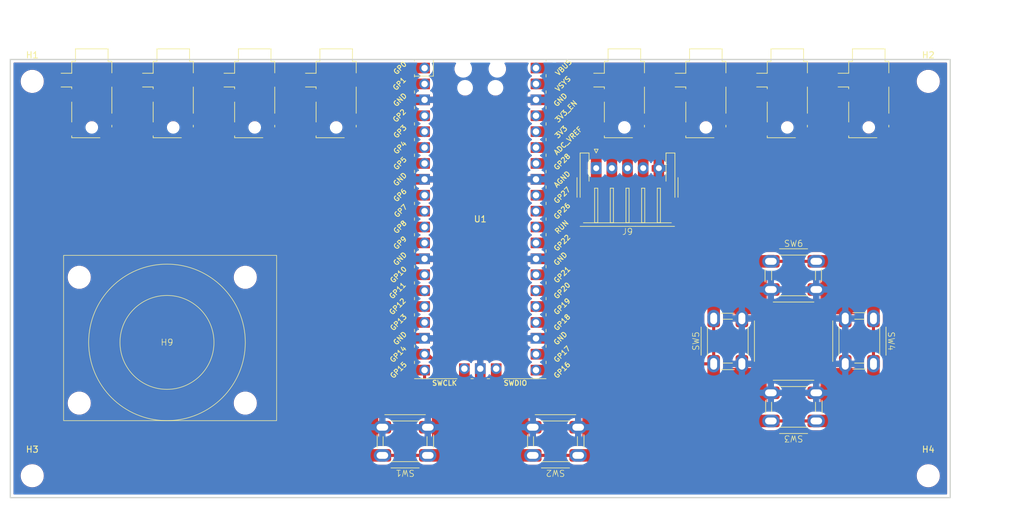
<source format=kicad_pcb>
(kicad_pcb (version 20240108) (generator "pcbnew") (generator_version "8.0")
  (layers (0 "F.Cu" signal) (31 "B.Cu" signal) (34 "B.Paste" user) (35 "F.Paste" user) (36 "B.SilkS" user "B.Silkscreen") (37 "F.SilkS" user "F.Silkscreen") (38 "B.Mask" user) (39 "F.Mask" user) (44 "Edge.Cuts" user))
  (net 0 "")
  (net 1 "+3V3")
  (net 2 "/ADC2")
  (net 3 "/ADC1")
  (net 4 "/GPIO22")
  (net 6 "/ADC0")
  (net 7 "/GPIO20")
  (net 9 "/GPIO21")
  (net 10 "/GPIO19")
  (net 11 "/GPIO18")
  (net 12 "/GPIO17")
  (net 14 "/GPIO16")
  (net 15 "/GPIO15")
  (net 16 "/GPIO14")
  (net 17 "/GPIO13")
  (net 18 "/GPIO12")
  (net 19 "/GPIO7")
  (net 23 "/GPIO6")
  (net 24 "/GPIO11")
  (net 25 "/GPIO10")
  (net 26 "/GPIO5")
  (net 27 "/GPIO8")
  (net 29 "GND")
  (net 30 "/GPIO3")
  (net 31 "/GPIO2")
  (net 32 "/GPIO1")
  (net 33 "/GPIO0")
  (net 34 "/GPIO9")
  (net 35 "/GPIO4")
  (net 36 "/ADC2_N")
  (net 37 "/ADC0_N")
  (footprint "Audio-jacks Libraries:SW_PUSH_combined_6mm" (layer "F.Cu") (at 171.75 82.25)
    (property "Reference" "SW6")
    (property "Value" "SW_Push")
  )
  (footprint "Audio-jacks Libraries:Jack_3.5_PJ31060-I_L_pads" (layer "F.Cu") (at 89 57.5)
    (property "Reference" "J2" (hide yes))
    (property "Value" "AudioJack4_SwitchTR1" (hide yes))
  )
  (footprint "Audio-jacks Libraries:JST_XH_S5B_combined_1x05" (layer "F.Cu") (at 143.5 67.43)
    (property "Reference" "J9")
    (property "Value" "Conn_01x05_MountingPin")
  )
  (footprint "MountingHole:MountingHole_3.2mm_M3" (layer "F.Cu") (at 53.5 53.5)
    (property "Reference" "H1")
    (property "Value" "MountingHole")
  )
  (footprint "Audio-jacks Libraries:Joystick_module_lifted" (layer "F.Cu") (at 61 84.8)
    (property "Reference" "H9")
    (property "Value" "Joystick module - 4 MP")
  )
  (footprint "Audio-jacks Libraries:Jack_3.5_PJ31060-I_L_pads" (layer "F.Cu") (at 174 57.5)
    (property "Reference" "J6" (hide yes))
    (property "Value" "AudioJack4_SwitchTR1" (hide yes))
  )
  (footprint "Audio-jacks Libraries:SW_PUSH_combined_6mm" (layer "F.Cu") (at 116.25 113.25 180)
    (property "Reference" "SW1")
    (property "Value" "SW_Push")
  )
  (footprint "Audio-jacks Libraries:SW_PUSH_combined_6mm" (layer "F.Cu") (at 187.75 91.75 -90)
    (property "Reference" "SW4")
    (property "Value" "SW_Push")
  )
  (footprint "MCU_RaspberryPi_and_Boards:RPi_Pico_SMD_TH" (layer "F.Cu") (at 125 75.5)
    (property "Reference" "U1")
    (property "Value" "Pico")
  )
  (footprint "Audio-jacks Libraries:Jack_3.5_PJ31060-I_L_pads" (layer "F.Cu") (at 161 57.5)
    (property "Reference" "J7" (hide yes))
    (property "Value" "AudioJack4_SwitchTR1" (hide yes))
  )
  (footprint "MountingHole:MountingHole_3.2mm_M3" (layer "F.Cu") (at 196.5 53.5)
    (property "Reference" "H2")
    (property "Value" "MountingHole")
  )
  (footprint "Audio-jacks Libraries:Jack_3.5_PJ31060-I_L_pads" (layer "F.Cu") (at 148 57.5)
    (property "Reference" "J8" (hide yes))
    (property "Value" "AudioJack4_SwitchTR1" (hide yes))
  )
  (footprint "Audio-jacks Libraries:Jack_3.5_PJ31060-I_L_pads" (layer "F.Cu") (at 102 57.5)
    (property "Reference" "J1" (hide yes))
    (property "Value" "AudioJack4_SwitchTR1" (hide yes))
  )
  (footprint "Audio-jacks Libraries:Jack_3.5_PJ31060-I_L_pads" (layer "F.Cu") (at 63 57.5)
    (property "Reference" "J4" (hide yes))
    (property "Value" "AudioJack4_SwitchTR1" (hide yes))
  )
  (footprint "Audio-jacks Libraries:SW_PUSH_combined_6mm" (layer "F.Cu") (at 162.25 98.25 90)
    (property "Reference" "SW5")
    (property "Value" "SW_Push")
  )
  (footprint "MountingHole:MountingHole_3.2mm_M3" (layer "F.Cu") (at 196.5 116.5)
    (property "Reference" "H4")
    (property "Value" "MountingHole")
  )
  (footprint "Audio-jacks Libraries:SW_PUSH_combined_6mm" (layer "F.Cu") (at 140.25 113.25 180)
    (property "Reference" "SW2")
    (property "Value" "SW_Push")
  )
  (footprint "MountingHole:MountingHole_3.2mm_M3" (layer "F.Cu") (at 53.5 116.5)
    (property "Reference" "H3")
    (property "Value" "MountingHole")
  )
  (footprint "Audio-jacks Libraries:SW_PUSH_combined_6mm" (layer "F.Cu") (at 178.25 107.75 180)
    (property "Reference" "SW3")
    (property "Value" "SW_Push")
  )
  (footprint "Audio-jacks Libraries:Jack_3.5_PJ31060-I_L_pads" (layer "F.Cu") (at 187 57.5)
    (property "Reference" "J5" (hide yes))
    (property "Value" "AudioJack4_SwitchTR1" (hide yes))
  )
  (footprint "Audio-jacks Libraries:Jack_3.5_PJ31060-I_L_pads" (layer "F.Cu") (at 76 57.5)
    (property "Reference" "J3" (hide yes))
    (property "Value" "AudioJack4_SwitchTR1" (hide yes))
  )
  (gr_rect (start 50 50) (end 200 120) (stroke (width 0.2)) (fill none) (layer "Edge.Cuts"))
  (segment (start 166.65 54.8) (end 166.65 62.744688) (width 0.5) (layer "F.Cu") (net 1))
  (segment (start 137.29 60.21) (end 137.29 58.21) (width 0.5) (layer "F.Cu") (net 1))
  (segment (start 153.85 51.65) (end 163.5 51.65) (width 0.5) (layer "F.Cu") (net 1))
  (segment (start 151 67.43) (end 151 67.36) (width 0.5) (layer "F.Cu") (net 1))
  (segment (start 140 55.5) (end 140 54.615074) (width 0.5) (layer "F.Cu") (net 1))
  (segment (start 135.97 61.53) (end 137.29 60.21) (width 0.5) (layer "F.Cu") (net 1))
  (segment (start 163.5 51.65) (end 166.65 54.8) (width 0.5) (layer "F.Cu") (net 1))
  (segment (start 151.65 64.35) (end 151 65) (width 0.5) (layer "F.Cu") (net 1))
  (segment (start 166.65 62.744688) (end 165.044688 64.35) (width 0.5) (layer "F.Cu") (net 1))
  (segment (start 152.2 53.3) (end 153.85 51.65) (width 0.5) (layer "F.Cu") (net 1))
  (segment (start 140 54.615074) (end 142.965074 51.65) (width 0.5) (layer "F.Cu") (net 1))
  (segment (start 149.792463 53.3) (end 152.2 53.3) (width 0.5) (layer "F.Cu") (net 1))
  (segment (start 133.89 61.53) (end 135.97 61.53) (width 0.5) (layer "F.Cu") (net 1))
  (segment (start 137.29 58.21) (end 140 55.5) (width 0.5) (layer "F.Cu") (net 1))
  (segment (start 142.965074 51.65) (end 148.142463 51.65) (width 0.5) (layer "F.Cu") (net 1))
  (segment (start 165.044688 64.35) (end 151.65 64.35) (width 0.5) (layer "F.Cu") (net 1))
  (segment (start 151 65) (end 151 67.43) (width 0.5) (layer "F.Cu") (net 1))
  (segment (start 148.142463 51.65) (end 149.792463 53.3) (width 0.5) (layer "F.Cu") (net 1))
  (segment (start 133.89 66.61) (end 135.926386 66.61) (width 0.5) (layer "F.Cu") (net 2))
  (segment (start 137.29 61.624214) (end 138.290001 60.624213) (width 0.5) (layer "F.Cu") (net 2))
  (segment (start 137.29 65.246386) (end 137.29 61.624214) (width 0.5) (layer "F.Cu") (net 2))
  (segment (start 141.025941 55.888273) (end 144.35664 55.888273) (width 0.5) (layer "F.Cu") (net 2))
  (segment (start 135.926386 66.61) (end 137.29 65.246386) (width 0.5) (layer "F.Cu") (net 2))
  (segment (start 138.290001 58.624213) (end 141.025941 55.888273) (width 0.5) (layer "F.Cu") (net 2))
  (segment (start 138.290001 60.624213) (end 138.290001 58.624213) (width 0.5) (layer "F.Cu") (net 2))
  (segment (start 133.89 71.69) (end 136.299999 71.69) (width 0.5) (layer "F.Cu") (net 3))
  (segment (start 154.5 62) (end 156.9 62) (width 0.5) (layer "F.Cu") (net 3))
  (segment (start 140.8875 63.44945) (end 141.349999 62.986951) (width 0.5) (layer "F.Cu") (net 3))
  (segment (start 148.855313 58.449999) (end 149.355312 57.95) (width 0.5) (layer "F.Cu") (net 3))
  (segment (start 153.65 58.555312) (end 153.65 61.15) (width 0.5) (layer "F.Cu") (net 3))
  (segment (start 142.550861 58.449999) (end 148.855313 58.449999) (width 0.5) (layer "F.Cu") (net 3))
  (segment (start 136.299999 71.69) (end 136.299999 71.600001) (width 0.5) (layer "F.Cu") (net 3))
  (segment (start 141.349999 62.986951) (end 141.349999 59.650861) (width 0.5) (layer "F.Cu") (net 3))
  (segment (start 155.294688 55.7) (end 157.8 55.7) (width 0.5) (layer "F.Cu") (net 3))
  (segment (start 136.299999 71.600001) (end 140.8875 67.0125) (width 0.5) (layer "F.Cu") (net 3))
  (segment (start 156.9 62) (end 157.8 61.1) (width 0.5) (layer "F.Cu") (net 3))
  (segment (start 140.8875 67.0125) (end 140.8875 63.44945) (width 0.5) (layer "F.Cu") (net 3))
  (segment (start 149.355312 57.95) (end 153.044688 57.95) (width 0.5) (layer "F.Cu") (net 3))
  (segment (start 153.044688 57.95) (end 155.294688 55.7) (width 0.5) (layer "F.Cu") (net 3))
  (segment (start 153.044688 57.95) (end 153.65 58.555312) (width 0.5) (layer "F.Cu") (net 3))
  (segment (start 153.65 61.15) (end 154.5 62) (width 0.5) (layer "F.Cu") (net 3))
  (segment (start 141.349999 59.650861) (end 142.550861 58.449999) (width 0.5) (layer "F.Cu") (net 3))
  (segment (start 162.6 63.35) (end 149.65 63.35) (width 0.5) (layer "F.Cu") (net 4))
  (segment (start 138.3 73.314214) (end 138.3 72.428428) (width 0.5) (layer "F.Cu") (net 4))
  (segment (start 137.5 74.114214) (end 138.3 73.314214) (width 0.5) (layer "F.Cu") (net 4))
  (segment (start 149.65 63.35) (end 148.5 64.5) (width 0.5) (layer "F.Cu") (net 4))
  (segment (start 148.5 64.5) (end 148.5 67.36) (width 0.5) (layer "F.Cu") (net 4))
  (segment (start 136.35 79.31) (end 137.5 78.16) (width 0.5) (layer "F.Cu") (net 4))
  (segment (start 164.2 59.55) (end 164.2 61.75) (width 0.5) (layer "F.Cu") (net 4))
  (segment (start 164.2 61.75) (end 162.6 63.35) (width 0.5) (layer "F.Cu") (net 4))
  (segment (start 138.3 72.428428) (end 140.298428 70.43) (width 0.5) (layer "F.Cu") (net 4))
  (segment (start 137.5 78.16) (end 137.5 74.114214) (width 0.5) (layer "F.Cu") (net 4))
  (segment (start 146.969152 70.43) (end 148.5 68.899152) (width 0.5) (layer "F.Cu") (net 4))
  (segment (start 148.5 68.899152) (end 148.5 67.43) (width 0.5) (layer "F.Cu") (net 4))
  (segment (start 133.89 79.31) (end 136.35 79.31) (width 0.5) (layer "F.Cu") (net 4))
  (segment (start 140.298428 70.43) (end 146.969152 70.43) (width 0.5) (layer "F.Cu") (net 4))
  (segment (start 151.1 59.45) (end 151.25 59.6) (width 0.5) (layer "F.Cu") (net 6))
  (segment (start 137.3 72.9) (end 137.3 72.014214) (width 0.5) (layer "F.Cu") (net 6))
  (segment (start 142.965074 59.45) (end 151.1 59.45) (width 0.5) (layer "F.Cu") (net 6))
  (segment (start 142.35 63.401164) (end 142.35 60.065074) (width 0.5) (layer "F.Cu") (net 6))
  (segment (start 137.3 72.014214) (end 141.8875 67.426714) (width 0.5) (layer "F.Cu") (net 6))
  (segment (start 141.8875 63.863664) (end 142.35 63.401164) (width 0.5) (layer "F.Cu") (net 6))
  (segment (start 142.35 60.065074) (end 142.965074 59.45) (width 0.5) (layer "F.Cu") (net 6))
  (segment (start 135.97 74.23) (end 137.3 72.9) (width 0.5) (layer "F.Cu") (net 6))
  (segment (start 133.89 74.23) (end 135.97 74.23) (width 0.5) (layer "F.Cu") (net 6))
  (segment (start 141.8875 67.426714) (end 141.8875 63.863664) (width 0.5) (layer "F.Cu") (net 6))
  (segment (start 139.781571 85.390001) (end 138.241572 86.93) (width 0.5) (layer "F.Cu") (net 7))
  (segment (start 138.241572 86.93) (end 133.89 86.93) (width 0.5) (layer "F.Cu") (net 7))
  (segment (start 175.565356 61.75) (end 151.925355 85.390001) (width 0.5) (layer "F.Cu") (net 7))
  (segment (start 177.2 59.55) (end 177.2 61.75) (width 0.5) (layer "F.Cu") (net 7))
  (segment (start 177.2 61.75) (end 175.565356 61.75) (width 0.5) (layer "F.Cu") (net 7))
  (segment (start 151.925355 85.390001) (end 139.781571 85.390001) (width 0.5) (layer "F.Cu") (net 7))
  (segment (start 172 63.901142) (end 151.511142 84.39) (width 0.5) (layer "F.Cu") (net 9))
  (segment (start 170.8 55.7) (end 170.8 61.1) (width 0.5) (layer "F.Cu") (net 9))
  (segment (start 151.511142 84.39) (end 133.89 84.39) (width 0.5) (layer "F.Cu") (net 9))
  (segment (start 172 62.3) (end 172 63.901142) (width 0.5) (layer "F.Cu") (net 9))
  (segment (start 170.8 61.1) (end 172 62.3) (width 0.5) (layer "F.Cu") (net 9))
  (segment (start 179.65 55.95) (end 179.65 62.744688) (width 0.5) (layer "F.Cu") (net 10))
  (segment (start 179.65 62.744688) (end 179.044688 63.35) (width 0.5) (layer "F.Cu") (net 10))
  (segment (start 179.044688 63.35) (end 175.37957 63.35) (width 0.5) (layer "F.Cu") (net 10))
  (segment (start 140.195784 86.390002) (end 137.115786 89.47) (width 0.5) (layer "F.Cu") (net 10))
  (segment (start 152.339568 86.390002) (end 140.195784 86.390002) (width 0.5) (layer "F.Cu") (net 10))
  (segment (start 177 53.3) (end 179.65 55.95) (width 0.5) (layer "F.Cu") (net 10))
  (segment (start 137.115786 89.47) (end 133.89 89.47) (width 0.5) (layer "F.Cu") (net 10))
  (segment (start 175.37957 63.35) (end 152.339568 86.390002) (width 0.5) (layer "F.Cu") (net 10))
  (segment (start 152.753781 87.390003) (end 140.609997 87.390003) (width 0.5) (layer "F.Cu") (net 11))
  (segment (start 179.458902 64.35) (end 175.793784 64.35) (width 0.5) (layer "F.Cu") (net 11))
  (segment (start 135.99 92.01) (end 133.89 92.01) (width 0.5) (layer "F.Cu") (net 11))
  (segment (start 183.8 61.1) (end 182.708902 61.1) (width 0.5) (layer "F.Cu") (net 11))
  (segment (start 182.708902 61.1) (end 179.458902 64.35) (width 0.5) (layer "F.Cu") (net 11))
  (segment (start 175.793784 64.35) (end 152.753781 87.390003) (width 0.5) (layer "F.Cu") (net 11))
  (segment (start 183.8 55.7) (end 183.8 61.1) (width 0.5) (layer "F.Cu") (net 11))
  (segment (start 140.609997 87.390003) (end 135.99 92.01) (width 0.5) (layer "F.Cu") (net 11))
  (segment (start 133.89 97.09) (end 159.41 97.09) (width 0.5) (layer "F.Cu") (net 12))
  (segment (start 182.099999 69.850001) (end 182.099999 79.936252) (width 0.5) (layer "F.Cu") (net 12))
  (segment (start 171.375 82.25) (end 178.625 82.25) (width 0.5) (layer "F.Cu") (net 12))
  (segment (start 179.786251 82.25) (end 178.625 82.25) (width 0.5) (layer "F.Cu") (net 12))
  (segment (start 190.2 59.55) (end 190.2 61.75) (width 0.5) (layer "F.Cu") (net 12))
  (segment (start 160.5 87.564642) (end 165.814642 82.25) (width 0.5) (layer "F.Cu") (net 12))
  (segment (start 159.41 97.09) (end 160.5 96) (width 0.5) (layer "F.Cu") (net 12))
  (segment (start 160.5 96) (end 160.5 87.564642) (width 0.5) (layer "F.Cu") (net 12))
  (segment (start 182.099999 79.936252) (end 179.786251 82.25) (width 0.5) (layer "F.Cu") (net 12))
  (segment (start 165.814642 82.25) (end 171.375 82.25) (width 0.5) (layer "F.Cu") (net 12))
  (segment (start 190.2 61.75) (end 182.099999 69.850001) (width 0.5) (layer "F.Cu") (net 12))
  (segment (start 192.044688 63.35) (end 190.014214 63.35) (width 0.5) (layer "F.Cu") (net 14))
  (segment (start 162.25 98.625) (end 137.165 98.625) (width 0.5) (layer "F.Cu") (net 14))
  (segment (start 162.25 91.375) (end 162.25 98.625) (width 0.5) (layer "F.Cu") (net 14))
  (segment (start 192.682322 62.712366) (end 192.044688 63.35) (width 0.5) (layer "F.Cu") (net 14))
  (segment (start 190 53.3) (end 192.682322 55.982322) (width 0.5) (layer "F.Cu") (net 14))
  (segment (start 137.165 98.625) (end 136.16 99.63) (width 0.5) (layer "F.Cu") (net 14))
  (segment (start 165.478856 84) (end 162.25 87.228856) (width 0.5) (layer "F.Cu") (net 14))
  (segment (start 182.5 84) (end 165.478856 84) (width 0.5) (layer "F.Cu") (net 14))
  (segment (start 162.25 87.228856) (end 162.25 90.213749) (width 0.5) (layer "F.Cu") (net 14))
  (segment (start 183.1 70.264214) (end 183.1 83.4) (width 0.5) (layer "F.Cu") (net 14))
  (segment (start 192.682322 55.982322) (end 192.682322 62.712366) (width 0.5) (layer "F.Cu") (net 14))
  (segment (start 190.014214 63.35) (end 183.1 70.264214) (width 0.5) (layer "F.Cu") (net 14))
  (segment (start 183.1 83.4) (end 182.5 84) (width 0.5) (layer "F.Cu") (net 14))
  (segment (start 136.16 99.63) (end 133.89 99.63) (width 0.5) (layer "F.Cu") (net 14))
  (segment (start 162.25 90.213749) (end 162.25 91.375) (width 0.5) (layer "F.Cu") (net 14))
  (segment (start 120.25 105.5) (end 163.564642 105.5) (width 0.5) (layer "F.Cu") (net 15))
  (segment (start 167.564642 109.5) (end 182.5 109.5) (width 0.5) (layer "F.Cu") (net 15))
  (segment (start 116.11 101.36) (end 120.25 105.5) (width 0.5) (layer "F.Cu") (net 15))
  (segment (start 187.75 98.625) (end 187.75 91.375) (width 0.5) (layer "F.Cu") (net 15))
  (segment (start 187.75 104.25) (end 187.75 98.625) (width 0.5) (layer "F.Cu") (net 15))
  (segment (start 116.11 99.63) (end 116.11 101.36) (width 0.5) (layer "F.Cu") (net 15))
  (segment (start 163.564642 105.5) (end 167.564642 109.5) (width 0.5) (layer "F.Cu") (net 15))
  (segment (start 182.5 109.5) (end 187.75 104.25) (width 0.5) (layer "F.Cu") (net 15))
  (segment (start 120.664214 104.5) (end 163.978856 104.5) (width 0.5) (layer "F.Cu") (net 16))
  (segment (start 117.71 101.545786) (end 120.664214 104.5) (width 0.5) (layer "F.Cu") (net 16))
  (segment (start 117.71 98.21) (end 117.71 101.545786) (width 0.5) (layer "F.Cu") (net 16))
  (segment (start 163.978856 104.5) (end 167.228856 107.75) (width 0.5) (layer "F.Cu") (net 16))
  (segment (start 116.59 97.09) (end 117.71 98.21) (width 0.5) (layer "F.Cu") (net 16))
  (segment (start 171.375 107.75) (end 178.625 107.75) (width 0.5) (layer "F.Cu") (net 16))
  (segment (start 167.228856 107.75) (end 171.375 107.75) (width 0.5) (layer "F.Cu") (net 16))
  (segment (start 116.11 97.09) (end 116.59 97.09) (width 0.5) (layer "F.Cu") (net 16))
  (segment (start 116.11 92.01) (end 112.904214 92.01) (width 0.5) (layer "F.Cu") (net 17))
  (segment (start 120.5 111.5) (end 122.25 113.25) (width 0.5) (layer "F.Cu") (net 17))
  (segment (start 122.25 113.25) (end 140.25 113.25) (width 0.5) (layer "F.Cu") (net 17))
  (segment (start 104.75 100.164214) (end 104.75 110.25) (width 0.5) (layer "F.Cu") (net 17))
  (segment (start 104.75 110.25) (end 106 111.5) (width 0.5) (layer "F.Cu") (net 17))
  (segment (start 112.904214 92.01) (end 104.75 100.164214) (width 0.5) (layer "F.Cu") (net 17))
  (segment (start 106 111.5) (end 120.5 111.5) (width 0.5) (layer "F.Cu") (net 17))
  (segment (start 108.713749 113.25) (end 109.75 113.25) (width 0.5) (layer "F.Cu") (net 18))
  (segment (start 106.335786 113.25) (end 108.713749 113.25) (width 0.5) (layer "F.Cu") (net 18))
  (segment (start 109.75 113.25) (end 116.25 113.25) (width 0.5) (layer "F.Cu") (net 18))
  (segment (start 114.03 89.47) (end 103.749999 99.750001) (width 0.5) (layer "F.Cu") (net 18))
  (segment (start 103.749999 99.750001) (end 103.749999 110.664213) (width 0.5) (layer "F.Cu") (net 18))
  (segment (start 103.749999 110.664213) (end 106.335786 113.25) (width 0.5) (layer "F.Cu") (net 18))
  (segment (start 116.11 89.47) (end 114.03 89.47) (width 0.5) (layer "F.Cu") (net 18))
  (segment (start 111.894214 74.23) (end 116.11 74.23) (width 0.5) (layer "F.Cu") (net 19))
  (segment (start 90.140001 72.690001) (end 110.354215 72.690001) (width 0.5) (layer "F.Cu") (net 19))
  (segment (start 110.354215 72.690001) (end 111.894214 74.23) (width 0.5) (layer "F.Cu") (net 19))
  (segment (start 79.2 59.55) (end 79.2 61.75) (width 0.5) (layer "F.Cu") (net 19))
  (segment (start 79.2 61.75) (end 90.140001 72.690001) (width 0.5) (layer "F.Cu") (net 19))
  (segment (start 79 53.3) (end 81.65 55.95) (width 0.5) (layer "F.Cu") (net 23))
  (segment (start 81.65 55.95) (end 81.65 62.785786) (width 0.5) (layer "F.Cu") (net 23))
  (segment (start 90.554214 71.69) (end 116.11 71.69) (width 0.5) (layer "F.Cu") (net 23))
  (segment (start 81.65 62.785786) (end 90.554214 71.69) (width 0.5) (layer "F.Cu") (net 23))
  (segment (start 66.385786 63.35) (end 71.535787 68.500001) (width 0.5) (layer "F.Cu") (net 24))
  (segment (start 77.085787 68.500001) (end 87.585787 79.000001) (width 0.5) (layer "F.Cu") (net 24))
  (segment (start 87.585787 79.000001) (end 105.720001 79.000001) (width 0.5) (layer "F.Cu") (net 24))
  (segment (start 113.65 86.93) (end 116.11 86.93) (width 0.5) (layer "F.Cu") (net 24))
  (segment (start 105.720001 79.000001) (end 113.65 86.93) (width 0.5) (layer "F.Cu") (net 24))
  (segment (start 59.8 61.1) (end 62.05 63.35) (width 0.5) (layer "F.Cu") (net 24))
  (segment (start 62.05 63.35) (end 66.385786 63.35) (width 0.5) (layer "F.Cu") (net 24))
  (segment (start 59.8 55.7) (end 59.8 61.1) (width 0.5) (layer "F.Cu") (net 24))
  (segment (start 71.535787 68.500001) (end 77.085787 68.500001) (width 0.5) (layer "F.Cu") (net 24))
  (segment (start 88 78) (end 106.134214 78) (width 0.5) (layer "F.Cu") (net 25))
  (segment (start 66.2 59.55) (end 66.2 61.75) (width 0.5) (layer "F.Cu") (net 25))
  (segment (start 71.95 67.5) (end 77.5 67.5) (width 0.5) (layer "F.Cu") (net 25))
  (segment (start 77.5 67.5) (end 88 78) (width 0.5) (layer "F.Cu") (net 25))
  (segment (start 112.524214 84.39) (end 116.11 84.39) (width 0.5) (layer "F.Cu") (net 25))
  (segment (start 66.2 61.75) (end 71.95 67.5) (width 0.5) (layer "F.Cu") (net 25))
  (segment (start 106.134214 78) (end 112.524214 84.39) (width 0.5) (layer "F.Cu") (net 25))
  (segment (start 85.8 55.7) (end 85.8 61.1) (width 0.5) (layer "F.Cu") (net 26))
  (segment (start 95.645786 66.61) (end 116.11 66.61) (width 0.5) (layer "F.Cu") (net 26))
  (segment (start 89.35 63.35) (end 92.385786 63.35) (width 0.5) (layer "F.Cu") (net 26))
  (segment (start 85.8 61.1) (end 87.1 61.1) (width 0.5) (layer "F.Cu") (net 26))
  (segment (start 92.385786 63.35) (end 95.645786 66.61) (width 0.5) (layer "F.Cu") (net 26))
  (segment (start 87.1 61.1) (end 89.35 63.35) (width 0.5) (layer "F.Cu") (net 26))
  (segment (start 72.8 61.1) (end 72.8 62.8) (width 0.5) (layer "F.Cu") (net 27))
  (segment (start 73.35 63.35) (end 79.385786 63.35) (width 0.5) (layer "F.Cu") (net 27))
  (segment (start 79.385786 63.35) (end 89.725788 73.690002) (width 0.5) (layer "F.Cu") (net 27))
  (segment (start 72.8 62.8) (end 73.35 63.35) (width 0.5) (layer "F.Cu") (net 27))
  (segment (start 113.02 76.77) (end 116.11 76.77) (width 0.5) (layer "F.Cu") (net 27))
  (segment (start 72.8 55.7) (end 72.8 61.1) (width 0.5) (layer "F.Cu") (net 27))
  (segment (start 89.725788 73.690002) (end 109.940002 73.690002) (width 0.5) (layer "F.Cu") (net 27))
  (segment (start 109.940002 73.690002) (end 113.02 76.77) (width 0.5) (layer "F.Cu") (net 27))
  (segment (start 96.474214 64.61) (end 109.804214 64.61) (width 0.5) (layer "F.Cu") (net 30))
  (segment (start 92 53.3) (end 94.65 55.95) (width 0.5) (layer "F.Cu") (net 30))
  (segment (start 94.65 55.95) (end 94.65 62.785786) (width 0.5) (layer "F.Cu") (net 30))
  (segment (start 109.804214 64.61) (end 112.884214 61.53) (width 0.5) (layer "F.Cu") (net 30))
  (segment (start 94.65 62.785786) (end 96.474214 64.61) (width 0.5) (layer "F.Cu") (net 30))
  (segment (start 112.884214 61.53) (end 116.11 61.53) (width 0.5) (layer "F.Cu") (net 30))
  (segment (start 114.01 58.99) (end 116.11 58.99) (width 0.5) (layer "F.Cu") (net 31))
  (segment (start 101.31 63.61) (end 109.39 63.61) (width 0.5) (layer "F.Cu") (net 31))
  (segment (start 98.8 61.1) (end 101.31 63.61) (width 0.5) (layer "F.Cu") (net 31))
  (segment (start 98.8 55.7) (end 98.8 61.1) (width 0.5) (layer "F.Cu") (net 31))
  (segment (start 109.39 63.61) (end 114.01 58.99) (width 0.5) (layer "F.Cu") (net 31))
  (segment (start 105.2 61.75) (end 105.2 59.55) (width 0.5) (layer "F.Cu") (net 32))
  (segment (start 108.09 53.91) (end 116.11 53.91) (width 0.5) (layer "F.Cu") (net 32))
  (segment (start 105.2 59.55) (end 105.2 56.8) (width 0.5) (layer "F.Cu") (net 32))
  (segment (start 105.2 56.8) (end 108.09 53.91) (width 0.5) (layer "F.Cu") (net 32))
  (segment (start 112.11 52.91) (end 113.65 51.37) (width 0.5) (layer "F.Cu") (net 33))
  (segment (start 113.65 51.37) (end 116.11 51.37) (width 0.5) (layer "F.Cu") (net 33))
  (segment (start 105.39 52.91) (end 112.11 52.91) (width 0.5) (layer "F.Cu") (net 33))
  (segment (start 105 53.3) (end 105.39 52.91) (width 0.5) (layer "F.Cu") (net 33))
  (segment (start 109.440003 74.690003) (end 114.06 79.31) (width 0.5) (layer "F.Cu") (net 34))
  (segment (start 66 53.3) (end 70.35 57.65) (width 0.5) (layer "F.Cu") (net 34))
  (segment (start 89.311575 74.690003) (end 109.440003 74.690003) (width 0.5) (layer "F.Cu") (net 34))
  (segment (start 78.971572 64.35) (end 89.311575 74.690003) (width 0.5) (layer "F.Cu") (net 34))
  (segment (start 70.35 62.134926) (end 72.565074 64.35) (width 0.5) (layer "F.Cu") (net 34))
  (segment (start 72.565074 64.35) (end 78.971572 64.35) (width 0.5) (layer "F.Cu") (net 34))
  (segment (start 70.35 57.65) (end 70.35 62.134926) (width 0.5) (layer "F.Cu") (net 34))
  (segment (start 114.06 79.31) (end 116.11 79.31) (width 0.5) (layer "F.Cu") (net 34))
  (segment (start 111.758428 64.07) (end 116.11 64.07) (width 0.5) (layer "F.Cu") (net 35))
  (segment (start 92.2 61.75) (end 92.2 59.55) (width 0.5) (layer "F.Cu") (net 35))
  (segment (start 96.06 65.61) (end 110.218428 65.61) (width 0.5) (layer "F.Cu") (net 35))
  (segment (start 92.2 61.75) (end 96.06 65.61) (width 0.5) (layer "F.Cu") (net 35))
  (segment (start 110.218428 65.61) (end 111.758428 64.07) (width 0.5) (layer "F.Cu") (net 35))
  (segment (start 143.5 62.4) (end 143.5 67.36) (width 0.5) (layer "F.Cu") (net 36))
  (segment (start 144.8 61.1) (end 143.5 62.4) (width 0.5) (layer "F.Cu") (net 36))
  (segment (start 147.2 62.3) (end 146 63.5) (width 0.5) (layer "F.Cu") (net 37))
  (segment (start 146 63.5) (end 146 67.36) (width 0.5) (layer "F.Cu") (net 37))
  (segment (start 150.65 62.3) (end 147.2 62.3) (width 0.5) (layer "F.Cu") (net 37))
  (segment (start 151.2 61.75) (end 150.65 62.3) (width 0.5) (layer "F.Cu") (net 37))
  (zone (net 0) (net_name "") (layer "F.Cu") (connect_pads (clearance 0)) (min_thickness 0.25)
    (keepout (tracks not_allowed) (vias not_allowed) (pads not_allowed) (copperpour not_allowed) (footprints allowed))
    (fill (thermal_gap 0.5) (thermal_bridge_width 0.5))
    (polygon (pts (xy 124 56.5) (xy 124 64.5) (xy 121 64.5) (xy 121 56.5)))
  )
  (zone (net 0) (net_name "") (layer "F.Cu") (connect_pads (clearance 0)) (min_thickness 0.25)
    (keepout (tracks not_allowed) (vias allowed) (pads allowed) (copperpour not_allowed) (footprints allowed))
    (fill (thermal_gap 0.5) (thermal_bridge_width 0.5))
    (polygon (pts (xy 129 50.5) (xy 129 55.5) (xy 121 55.5) (xy 121 50.5)))
  )
  (zone (net 29) (net_name "GND") (layers "F&B.Cu") (connect_pads (clearance 0.5)) (min_thickness 0.25) (fill yes (thermal_gap 0.5) (thermal_bridge_width 1))
    (polygon (pts (xy 50 50) (xy 200 50) (xy 200 120) (xy 50 120)))
  )
)
</source>
